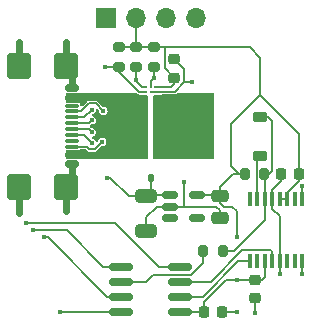
<source format=gbr>
%TF.GenerationSoftware,KiCad,Pcbnew,8.0.7*%
%TF.CreationDate,2024-12-28T17:49:01+01:00*%
%TF.ProjectId,usb-c-power-meter,7573622d-632d-4706-9f77-65722d6d6574,rev?*%
%TF.SameCoordinates,Original*%
%TF.FileFunction,Copper,L1,Top*%
%TF.FilePolarity,Positive*%
%FSLAX46Y46*%
G04 Gerber Fmt 4.6, Leading zero omitted, Abs format (unit mm)*
G04 Created by KiCad (PCBNEW 8.0.7) date 2024-12-28 17:49:01*
%MOMM*%
%LPD*%
G01*
G04 APERTURE LIST*
G04 Aperture macros list*
%AMRoundRect*
0 Rectangle with rounded corners*
0 $1 Rounding radius*
0 $2 $3 $4 $5 $6 $7 $8 $9 X,Y pos of 4 corners*
0 Add a 4 corners polygon primitive as box body*
4,1,4,$2,$3,$4,$5,$6,$7,$8,$9,$2,$3,0*
0 Add four circle primitives for the rounded corners*
1,1,$1+$1,$2,$3*
1,1,$1+$1,$4,$5*
1,1,$1+$1,$6,$7*
1,1,$1+$1,$8,$9*
0 Add four rect primitives between the rounded corners*
20,1,$1+$1,$2,$3,$4,$5,0*
20,1,$1+$1,$4,$5,$6,$7,0*
20,1,$1+$1,$6,$7,$8,$9,0*
20,1,$1+$1,$8,$9,$2,$3,0*%
G04 Aperture macros list end*
%TA.AperFunction,SMDPad,CuDef*%
%ADD10RoundRect,0.225000X0.225000X0.250000X-0.225000X0.250000X-0.225000X-0.250000X0.225000X-0.250000X0*%
%TD*%
%TA.AperFunction,SMDPad,CuDef*%
%ADD11RoundRect,0.150000X0.825000X0.150000X-0.825000X0.150000X-0.825000X-0.150000X0.825000X-0.150000X0*%
%TD*%
%TA.AperFunction,SMDPad,CuDef*%
%ADD12RoundRect,0.150000X-0.512500X-0.150000X0.512500X-0.150000X0.512500X0.150000X-0.512500X0.150000X0*%
%TD*%
%TA.AperFunction,SMDPad,CuDef*%
%ADD13RoundRect,0.225000X0.250000X-0.225000X0.250000X0.225000X-0.250000X0.225000X-0.250000X-0.225000X0*%
%TD*%
%TA.AperFunction,ComponentPad*%
%ADD14R,1.700000X1.700000*%
%TD*%
%TA.AperFunction,ComponentPad*%
%ADD15O,1.700000X1.700000*%
%TD*%
%TA.AperFunction,SMDPad,CuDef*%
%ADD16RoundRect,0.200000X0.200000X0.275000X-0.200000X0.275000X-0.200000X-0.275000X0.200000X-0.275000X0*%
%TD*%
%TA.AperFunction,SMDPad,CuDef*%
%ADD17RoundRect,0.200000X0.275000X-0.200000X0.275000X0.200000X-0.275000X0.200000X-0.275000X-0.200000X0*%
%TD*%
%TA.AperFunction,SMDPad,CuDef*%
%ADD18RoundRect,0.050000X0.100000X0.152000X-0.100000X0.152000X-0.100000X-0.152000X0.100000X-0.152000X0*%
%TD*%
%TA.AperFunction,SMDPad,CuDef*%
%ADD19RoundRect,0.050000X0.050000X0.050000X-0.050000X0.050000X-0.050000X-0.050000X0.050000X-0.050000X0*%
%TD*%
%TA.AperFunction,SMDPad,CuDef*%
%ADD20RoundRect,0.250000X-0.475000X0.250000X-0.475000X-0.250000X0.475000X-0.250000X0.475000X0.250000X0*%
%TD*%
%TA.AperFunction,SMDPad,CuDef*%
%ADD21RoundRect,0.250000X-0.650000X0.325000X-0.650000X-0.325000X0.650000X-0.325000X0.650000X0.325000X0*%
%TD*%
%TA.AperFunction,SMDPad,CuDef*%
%ADD22RoundRect,0.225000X0.375000X-0.225000X0.375000X0.225000X-0.375000X0.225000X-0.375000X-0.225000X0*%
%TD*%
%TA.AperFunction,SMDPad,CuDef*%
%ADD23RoundRect,0.150000X-0.425000X0.150000X-0.425000X-0.150000X0.425000X-0.150000X0.425000X0.150000X0*%
%TD*%
%TA.AperFunction,SMDPad,CuDef*%
%ADD24RoundRect,0.075000X-0.500000X0.075000X-0.500000X-0.075000X0.500000X-0.075000X0.500000X0.075000X0*%
%TD*%
%TA.AperFunction,SMDPad,CuDef*%
%ADD25RoundRect,0.250000X-0.750000X0.840000X-0.750000X-0.840000X0.750000X-0.840000X0.750000X0.840000X0*%
%TD*%
%TA.AperFunction,SMDPad,CuDef*%
%ADD26RoundRect,0.112500X0.112500X0.237500X-0.112500X0.237500X-0.112500X-0.237500X0.112500X-0.237500X0*%
%TD*%
%TA.AperFunction,SMDPad,CuDef*%
%ADD27R,0.400000X1.200000*%
%TD*%
%TA.AperFunction,ViaPad*%
%ADD28C,0.450000*%
%TD*%
%TA.AperFunction,Conductor*%
%ADD29C,0.200000*%
%TD*%
%TA.AperFunction,Conductor*%
%ADD30C,0.600000*%
%TD*%
G04 APERTURE END LIST*
D10*
%TO.P,C6,1*%
%TO.N,GND*%
X160250000Y-123100000D03*
%TO.P,C6,2*%
%TO.N,+3.3V*%
X158700000Y-123100000D03*
%TD*%
D11*
%TO.P,U4,1,VCC*%
%TO.N,+3.3V*%
X156675000Y-123105000D03*
%TO.P,U4,2,PA6*%
%TO.N,/TxD*%
X156675000Y-121835000D03*
%TO.P,U4,3,PA7*%
%TO.N,/RxD*%
X156675000Y-120565000D03*
%TO.P,U4,4,PA1*%
%TO.N,/I2C_SDA*%
X156675000Y-119295000D03*
%TO.P,U4,5,PA2*%
%TO.N,/I2C_SCL*%
X151725000Y-119295000D03*
%TO.P,U4,6,~{RESET}/PA0*%
%TO.N,Net-(U4-~{RESET}{slash}PA0)*%
X151725000Y-120565000D03*
%TO.P,U4,7,PA3*%
%TO.N,/INTn_INA*%
X151725000Y-121835000D03*
%TO.P,U4,8,GND*%
%TO.N,GND*%
X151725000Y-123105000D03*
%TD*%
D12*
%TO.P,U2,1,IN*%
%TO.N,Net-(D1-A)*%
X155862500Y-113250000D03*
%TO.P,U2,2,GND*%
%TO.N,GND*%
X155862500Y-114200000D03*
%TO.P,U2,3,NC*%
%TO.N,unconnected-(U2-NC-Pad3)*%
X155862500Y-115150000D03*
%TO.P,U2,4,NC*%
%TO.N,unconnected-(U2-NC-Pad4)*%
X158137500Y-115150000D03*
%TO.P,U2,5,OUT*%
%TO.N,+3.3V*%
X158137500Y-113250000D03*
%TD*%
D13*
%TO.P,C1,1*%
%TO.N,+3.3V*%
X156200000Y-103300000D03*
%TO.P,C1,2*%
%TO.N,GND*%
X156200000Y-101750000D03*
%TD*%
D10*
%TO.P,C4,1*%
%TO.N,+3.3V*%
X166769000Y-111440000D03*
%TO.P,C4,2*%
%TO.N,GND*%
X165219000Y-111440000D03*
%TD*%
D14*
%TO.P,J3,1,Pin_1*%
%TO.N,GND*%
X150390000Y-98200000D03*
D15*
%TO.P,J3,2,Pin_2*%
%TO.N,+3.3V*%
X152930000Y-98200000D03*
%TO.P,J3,3,Pin_3*%
%TO.N,/I2C_SCL*%
X155470000Y-98200000D03*
%TO.P,J3,4,Pin_4*%
%TO.N,/I2C_SDA*%
X158010000Y-98200000D03*
%TD*%
D16*
%TO.P,R8,1*%
%TO.N,/UPDI*%
X163821000Y-111440000D03*
%TO.P,R8,2*%
%TO.N,+3.3V*%
X162171000Y-111440000D03*
%TD*%
D17*
%TO.P,R7,1*%
%TO.N,/I2C_SDA*%
X151500000Y-102350000D03*
%TO.P,R7,2*%
%TO.N,+3.3V*%
X151500000Y-100700000D03*
%TD*%
D16*
%TO.P,R9,1*%
%TO.N,/UPDI*%
X160290400Y-117942400D03*
%TO.P,R9,2*%
%TO.N,Net-(U4-~{RESET}{slash}PA0)*%
X158640400Y-117942400D03*
%TD*%
D18*
%TO.P,U3,A1,IN-*%
%TO.N,/VBUS2*%
X154587000Y-105000000D03*
%TO.P,U3,A3,IN+*%
%TO.N,/VBUS1*%
X153813000Y-105000000D03*
D19*
%TO.P,U3,B1,GND*%
%TO.N,GND*%
X154600000Y-104498000D03*
%TO.P,U3,B2,A0*%
X154200000Y-104498000D03*
%TO.P,U3,B3,SDA*%
%TO.N,/I2C_SDA*%
X153800000Y-104498000D03*
%TO.P,U3,C1,VS*%
%TO.N,+3.3V*%
X154600000Y-104098000D03*
%TO.P,U3,C2,ALERT*%
%TO.N,/INTn_INA*%
X154200000Y-104098000D03*
%TO.P,U3,C3,SCL*%
%TO.N,/I2C_SCL*%
X153800000Y-104098000D03*
%TD*%
D20*
%TO.P,C5,1*%
%TO.N,+3.3V*%
X160062800Y-113268800D03*
%TO.P,C5,2*%
%TO.N,GND*%
X160062800Y-115168800D03*
%TD*%
D21*
%TO.P,C3,1*%
%TO.N,Net-(D1-A)*%
X153789000Y-113345000D03*
%TO.P,C3,2*%
%TO.N,GND*%
X153789000Y-116295000D03*
%TD*%
D17*
%TO.P,R5,1*%
%TO.N,/INTn_INA*%
X154500000Y-102350000D03*
%TO.P,R5,2*%
%TO.N,+3.3V*%
X154500000Y-100700000D03*
%TD*%
D22*
%TO.P,D3,1,K*%
%TO.N,Net-(D3-K)*%
X163441000Y-109916000D03*
%TO.P,D3,2,A*%
%TO.N,/UPDI*%
X163441000Y-106616000D03*
%TD*%
D23*
%TO.P,J1,A1,GND*%
%TO.N,GND*%
X147580000Y-104200000D03*
%TO.P,J1,A4,VBUS*%
%TO.N,/VBUS1*%
X147580000Y-105000000D03*
D24*
%TO.P,J1,A5,CC1*%
%TO.N,/CC1*%
X147580000Y-106150000D03*
%TO.P,J1,A6,D+*%
%TO.N,/AD+*%
X147580000Y-107150000D03*
%TO.P,J1,A7,D-*%
%TO.N,/AD-*%
X147580000Y-107650000D03*
%TO.P,J1,A8,SBU1*%
%TO.N,unconnected-(J1-SBU1-PadA8)*%
X147580000Y-108650000D03*
D23*
%TO.P,J1,A9,VBUS*%
%TO.N,/VBUS1*%
X147580000Y-109800000D03*
%TO.P,J1,A12,GND*%
%TO.N,GND*%
X147580000Y-110600000D03*
%TO.P,J1,B1,GND*%
X147580000Y-110600000D03*
%TO.P,J1,B4,VBUS*%
%TO.N,/VBUS1*%
X147580000Y-109800000D03*
D24*
%TO.P,J1,B5,CC2*%
%TO.N,/CC2*%
X147580000Y-109150000D03*
%TO.P,J1,B6,D+*%
%TO.N,/BD+*%
X147580000Y-108150000D03*
%TO.P,J1,B7,D-*%
%TO.N,/BD-*%
X147580000Y-106650000D03*
%TO.P,J1,B8,SBU2*%
%TO.N,unconnected-(J1-SBU2-PadB8)*%
X147580000Y-105650000D03*
D23*
%TO.P,J1,B9,VBUS*%
%TO.N,/VBUS1*%
X147580000Y-105000000D03*
%TO.P,J1,B12,GND*%
%TO.N,GND*%
X147580000Y-104200000D03*
D25*
%TO.P,J1,S1,SHIELD*%
X147005000Y-102290000D03*
X143075000Y-102290000D03*
X147005000Y-112510000D03*
X143075000Y-112510000D03*
%TD*%
D26*
%TO.P,D2,1,K*%
%TO.N,/VBUS2*%
X154900000Y-109800000D03*
%TO.P,D2,2,K*%
%TO.N,/VBUS1*%
X153600000Y-109800000D03*
%TO.P,D2,3,A*%
%TO.N,Net-(D1-A)*%
X154250000Y-111800000D03*
%TD*%
D13*
%TO.P,C2,1*%
%TO.N,GND*%
X163000000Y-121950000D03*
%TO.P,C2,2*%
%TO.N,+3.3V*%
X163000000Y-120400000D03*
%TD*%
D17*
%TO.P,R6,1*%
%TO.N,/I2C_SCL*%
X153000000Y-102350000D03*
%TO.P,R6,2*%
%TO.N,+3.3V*%
X153000000Y-100700000D03*
%TD*%
D27*
%TO.P,U1,1,TXD*%
%TO.N,/TxD*%
X162595000Y-118800000D03*
%TO.P,U1,2,~{RTS}*%
%TO.N,unconnected-(U1-~{RTS}-Pad2)*%
X163230000Y-118800000D03*
%TO.P,U1,3,VCCIO*%
%TO.N,+3.3V*%
X163865000Y-118800000D03*
%TO.P,U1,4,RXD*%
%TO.N,/RxD*%
X164500000Y-118800000D03*
%TO.P,U1,5,GND*%
%TO.N,GND*%
X165135000Y-118800000D03*
%TO.P,U1,6,~{CTS}*%
%TO.N,unconnected-(U1-~{CTS}-Pad6)*%
X165770000Y-118800000D03*
%TO.P,U1,7,CBUS2*%
%TO.N,unconnected-(U1-CBUS2-Pad7)*%
X166405000Y-118800000D03*
%TO.P,U1,8,USBDP*%
%TO.N,/D+*%
X167040000Y-118800000D03*
%TO.P,U1,9,USBDM*%
%TO.N,/D-*%
X167040000Y-113600000D03*
%TO.P,U1,10,3V3OUT*%
%TO.N,unconnected-(U1-3V3OUT-Pad10)*%
X166405000Y-113600000D03*
%TO.P,U1,11,~{RESET}*%
%TO.N,+3.3V*%
X165770000Y-113600000D03*
%TO.P,U1,12,VCC*%
X165135000Y-113600000D03*
%TO.P,U1,13,GND*%
%TO.N,GND*%
X164500000Y-113600000D03*
%TO.P,U1,14,CBUS1*%
%TO.N,/UPDI*%
X163865000Y-113600000D03*
%TO.P,U1,15,CBUS0*%
%TO.N,Net-(D3-K)*%
X163230000Y-113600000D03*
%TO.P,U1,16,CBUS3*%
%TO.N,unconnected-(U1-CBUS3-Pad16)*%
X162595000Y-113600000D03*
%TD*%
D28*
%TO.N,+3.3V*%
X161500000Y-116800000D03*
X161500000Y-120400000D03*
%TO.N,Net-(D1-A)*%
X150500000Y-111800000D03*
%TO.N,/VBUS2*%
X159200000Y-109800000D03*
X158200000Y-105000000D03*
X158200000Y-109800000D03*
X159200000Y-105000000D03*
X157200000Y-109800000D03*
X157200000Y-105000000D03*
%TO.N,/I2C_SDA*%
X143629000Y-115600000D03*
X150300000Y-102400000D03*
%TO.N,/I2C_SCL*%
X153000000Y-103500000D03*
X144200000Y-116200000D03*
%TO.N,/INTn_INA*%
X154500000Y-103300000D03*
X145200000Y-116800000D03*
%TO.N,/BD+*%
X149200000Y-108800000D03*
%TO.N,/AD+*%
X149200000Y-106900000D03*
%TO.N,/CC1*%
X150200000Y-106100000D03*
%TO.N,/CC2*%
X150100000Y-108700000D03*
%TO.N,/D-*%
X166997000Y-112456000D03*
%TO.N,/D+*%
X166997000Y-119949000D03*
%TO.N,/AD-*%
X149200000Y-107900000D03*
%TO.N,/BD-*%
X149200000Y-106000000D03*
%TO.N,GND*%
X146550000Y-123124000D03*
X143121000Y-100264000D03*
X157726000Y-103693000D03*
X147058000Y-100264000D03*
X161500000Y-123100000D03*
X147058000Y-114615000D03*
X163000000Y-123200000D03*
X143095600Y-114742000D03*
X165135000Y-119949000D03*
X157065600Y-112100400D03*
%TD*%
D29*
%TO.N,+3.3V*%
X166547000Y-112269603D02*
X166547000Y-112271000D01*
X163865000Y-118800000D02*
X163865000Y-120135000D01*
X163600000Y-120400000D02*
X163000000Y-120400000D01*
X160062800Y-113878400D02*
X160418400Y-114234000D01*
X158137500Y-113250000D02*
X160044000Y-113250000D01*
X163500000Y-101600000D02*
X163500000Y-104768000D01*
X166769000Y-111440000D02*
X166769000Y-112047603D01*
X160044000Y-113250000D02*
X160044000Y-112576400D01*
X158700000Y-122300000D02*
X160600000Y-120400000D01*
X160418400Y-114234000D02*
X161129600Y-114234000D01*
X155924000Y-104098000D02*
X156200000Y-103822000D01*
X166547000Y-112271000D02*
X165770000Y-113048000D01*
X163865000Y-120135000D02*
X163600000Y-120400000D01*
X154500000Y-100700000D02*
X155400000Y-100700000D01*
X162600000Y-100700000D02*
X155400000Y-100700000D01*
X162171000Y-111440000D02*
X161663000Y-111440000D01*
X161663000Y-111440000D02*
X161028000Y-110805000D01*
X161028000Y-110805000D02*
X161028000Y-107223600D01*
X163500000Y-101600000D02*
X162600000Y-100700000D01*
X166769000Y-112047603D02*
X166547000Y-112269603D01*
X166769000Y-108037000D02*
X166769000Y-111440000D01*
X161129600Y-114234000D02*
X161500000Y-114604400D01*
X152930000Y-98200000D02*
X152930000Y-100630000D01*
X161028000Y-107223600D02*
X163500000Y-104751600D01*
X154600000Y-104098000D02*
X155924000Y-104098000D01*
X158695000Y-123105000D02*
X158700000Y-123100000D01*
X161500000Y-114604400D02*
X161500000Y-116800000D01*
X156200000Y-103300000D02*
X155400000Y-102500000D01*
X156675000Y-123105000D02*
X158695000Y-123105000D01*
X152930000Y-100630000D02*
X153000000Y-100700000D01*
X161180400Y-111440000D02*
X161663000Y-111440000D01*
X165770000Y-113048000D02*
X165770000Y-113600000D01*
X160044000Y-112576400D02*
X161180400Y-111440000D01*
X155400000Y-102500000D02*
X155400000Y-100700000D01*
X163500000Y-104768000D02*
X166769000Y-108037000D01*
X160600000Y-120400000D02*
X161500000Y-120400000D01*
X165135000Y-113600000D02*
X165770000Y-113600000D01*
X160062800Y-113268800D02*
X160062800Y-113878400D01*
X160062800Y-113268800D02*
X160044000Y-113250000D01*
X156200000Y-103822000D02*
X156200000Y-103300000D01*
X161500000Y-120400000D02*
X163000000Y-120400000D01*
X163500000Y-104751600D02*
X163500000Y-101600000D01*
X153000000Y-100700000D02*
X154500000Y-100700000D01*
X158700000Y-123100000D02*
X158700000Y-122300000D01*
X151500000Y-100700000D02*
X153000000Y-100700000D01*
%TO.N,Net-(D1-A)*%
X154250000Y-111800000D02*
X154250000Y-112884000D01*
X150800000Y-111800000D02*
X150500000Y-111800000D01*
X155837500Y-113225000D02*
X155862500Y-113250000D01*
X153884000Y-113250000D02*
X153789000Y-113345000D01*
X153789000Y-113345000D02*
X152345000Y-113345000D01*
X155862500Y-113250000D02*
X153884000Y-113250000D01*
X154250000Y-112884000D02*
X153789000Y-113345000D01*
X152345000Y-113345000D02*
X150800000Y-111800000D01*
%TO.N,/I2C_SDA*%
X153220182Y-104498000D02*
X153800000Y-104498000D01*
X151500000Y-102350000D02*
X151500000Y-102777818D01*
X151500000Y-102777818D02*
X153220182Y-104498000D01*
X154913000Y-119295000D02*
X156675000Y-119295000D01*
X151450000Y-102400000D02*
X151500000Y-102350000D01*
X150300000Y-102400000D02*
X151450000Y-102400000D01*
X143629000Y-115600000D02*
X151218000Y-115600000D01*
X151218000Y-115600000D02*
X154913000Y-119295000D01*
%TO.N,/I2C_SCL*%
X153000000Y-103600000D02*
X153498000Y-104098000D01*
X153000000Y-102350000D02*
X153000000Y-103500000D01*
X153000000Y-103500000D02*
X153000000Y-103600000D01*
X151725000Y-119295000D02*
X150195000Y-119295000D01*
X147100000Y-116200000D02*
X144200000Y-116200000D01*
X153498000Y-104098000D02*
X153800000Y-104098000D01*
X150195000Y-119295000D02*
X147100000Y-116200000D01*
%TO.N,/INTn_INA*%
X154500000Y-103300000D02*
X154200000Y-103600000D01*
X151725000Y-121835000D02*
X150535000Y-121835000D01*
X154500000Y-102350000D02*
X154500000Y-103300000D01*
X145500000Y-116800000D02*
X145200000Y-116800000D01*
X150535000Y-121835000D02*
X145500000Y-116800000D01*
X154200000Y-103600000D02*
X154200000Y-104098000D01*
%TO.N,/UPDI*%
X163821000Y-111440000D02*
X163821000Y-111820000D01*
X163821000Y-111820000D02*
X163865000Y-111864000D01*
X163441000Y-106616000D02*
X164123000Y-106616000D01*
X161282000Y-117942400D02*
X163865000Y-115359400D01*
X164123000Y-106616000D02*
X164457000Y-106950000D01*
X164203000Y-111440000D02*
X163821000Y-111440000D01*
X164457000Y-111186000D02*
X164203000Y-111440000D01*
X160290400Y-117942400D02*
X161282000Y-117942400D01*
X163865000Y-115359400D02*
X163865000Y-113600000D01*
X163865000Y-111864000D02*
X163865000Y-113600000D01*
X163900000Y-113565000D02*
X163865000Y-113600000D01*
X164457000Y-106950000D02*
X164457000Y-111186000D01*
%TO.N,Net-(D3-K)*%
X163441000Y-109916000D02*
X163221000Y-110136000D01*
X163221000Y-113591000D02*
X163230000Y-113600000D01*
X163221000Y-110136000D02*
X163221000Y-113591000D01*
%TO.N,/BD+*%
X148550000Y-108150000D02*
X149200000Y-108800000D01*
X147580000Y-108150000D02*
X148550000Y-108150000D01*
%TO.N,/AD+*%
X149200000Y-106900000D02*
X148950000Y-107150000D01*
X148950000Y-107150000D02*
X147580000Y-107150000D01*
%TO.N,/CC1*%
X148972182Y-105450000D02*
X149550000Y-105450000D01*
X147580000Y-106150000D02*
X148272182Y-106150000D01*
X149550000Y-105450000D02*
X150200000Y-106100000D01*
X148272182Y-106150000D02*
X148972182Y-105450000D01*
%TO.N,/CC2*%
X147580000Y-109150000D02*
X148772182Y-109150000D01*
X149450000Y-109350000D02*
X150100000Y-108700000D01*
X148972182Y-109350000D02*
X149450000Y-109350000D01*
X148772182Y-109150000D02*
X148972182Y-109350000D01*
%TO.N,/D-*%
X166997000Y-112456000D02*
X166997000Y-113557000D01*
X166997000Y-113557000D02*
X167040000Y-113600000D01*
%TO.N,/D+*%
X166997000Y-119949000D02*
X166997000Y-118843000D01*
X166997000Y-118843000D02*
X167040000Y-118800000D01*
%TO.N,/RxD*%
X164365000Y-117900000D02*
X164500000Y-118035000D01*
X159303628Y-120565000D02*
X161968628Y-117900000D01*
X161968628Y-117900000D02*
X164365000Y-117900000D01*
X164500000Y-118035000D02*
X164500000Y-118800000D01*
X156675000Y-120565000D02*
X159303628Y-120565000D01*
%TO.N,/TxD*%
X158599314Y-121835000D02*
X161634314Y-118800000D01*
X156675000Y-121835000D02*
X158599314Y-121835000D01*
X161634314Y-118800000D02*
X162595000Y-118800000D01*
%TO.N,/AD-*%
X148950000Y-107650000D02*
X147580000Y-107650000D01*
X149200000Y-107900000D02*
X148950000Y-107650000D01*
%TO.N,/BD-*%
X147580000Y-106650000D02*
X148550000Y-106650000D01*
X148550000Y-106650000D02*
X149200000Y-106000000D01*
%TO.N,GND*%
X157065600Y-114200000D02*
X157065600Y-112100400D01*
D30*
X143075000Y-114721400D02*
X143075000Y-112510000D01*
X147005000Y-114562000D02*
X147058000Y-114615000D01*
X147580000Y-102865000D02*
X147005000Y-102290000D01*
X143075000Y-102290000D02*
X143075000Y-100310000D01*
X147005000Y-112510000D02*
X147005000Y-114562000D01*
D29*
X157030696Y-102580696D02*
X157030696Y-103693000D01*
D30*
X143095600Y-114742000D02*
X143075000Y-114721400D01*
D29*
X164500000Y-114400000D02*
X165135000Y-115035000D01*
X143075000Y-100310000D02*
X143121000Y-100264000D01*
X154200000Y-104498000D02*
X154600000Y-104498000D01*
X153789000Y-115123000D02*
X153789000Y-116295000D01*
X156200000Y-101750000D02*
X157030696Y-102580696D01*
X163000000Y-121950000D02*
X163000000Y-123200000D01*
X165135000Y-119949000D02*
X165135000Y-118800000D01*
X151725000Y-123105000D02*
X146569000Y-123105000D01*
X160250000Y-123100000D02*
X161500000Y-123100000D01*
X146569000Y-123105000D02*
X146550000Y-123124000D01*
X155862500Y-114200000D02*
X157065600Y-114200000D01*
D30*
X147580000Y-104200000D02*
X147580000Y-102865000D01*
D29*
X157030696Y-103693000D02*
X157726000Y-103693000D01*
X164500000Y-113600000D02*
X164500000Y-114400000D01*
X165219000Y-111440000D02*
X165219000Y-112075000D01*
D30*
X147005000Y-102290000D02*
X147005000Y-100317000D01*
X147580000Y-111935000D02*
X147005000Y-112510000D01*
D29*
X165219000Y-112075000D02*
X164500000Y-112794000D01*
X156225696Y-104498000D02*
X157030696Y-103693000D01*
D30*
X147580000Y-110600000D02*
X147580000Y-111935000D01*
D29*
X159774800Y-114200000D02*
X160062800Y-114488000D01*
X154712000Y-114200000D02*
X153789000Y-115123000D01*
X157065600Y-114200000D02*
X159774800Y-114200000D01*
D30*
X147005000Y-100317000D02*
X147058000Y-100264000D01*
D29*
X164500000Y-112794000D02*
X164500000Y-113600000D01*
X165135000Y-115035000D02*
X165135000Y-118800000D01*
X160062800Y-114488000D02*
X160062800Y-115168800D01*
X155862500Y-114200000D02*
X154712000Y-114200000D01*
X154600000Y-104498000D02*
X156225696Y-104498000D01*
%TO.N,Net-(U4-~{RESET}{slash}PA0)*%
X151725000Y-120565000D02*
X153808000Y-120565000D01*
X157633800Y-119965000D02*
X154408000Y-119965000D01*
X158640400Y-118958400D02*
X157633800Y-119965000D01*
X158640400Y-117942400D02*
X158640400Y-118958400D01*
X153808000Y-120565000D02*
X154408000Y-119965000D01*
%TD*%
%TA.AperFunction,Conductor*%
%TO.N,/VBUS1*%
G36*
X153054309Y-104619685D02*
G01*
X153074951Y-104636319D01*
X153106608Y-104667976D01*
X153180300Y-104698500D01*
X153180302Y-104698500D01*
X153247138Y-104698500D01*
X153314177Y-104718185D01*
X153334819Y-104734819D01*
X153400000Y-104800000D01*
X153876000Y-104800000D01*
X153943039Y-104819685D01*
X153988794Y-104872489D01*
X154000000Y-104924000D01*
X154000000Y-110076000D01*
X153980315Y-110143039D01*
X153927511Y-110188794D01*
X153876000Y-110200000D01*
X148040842Y-110200000D01*
X148030664Y-110199500D01*
X148029674Y-110199500D01*
X147130326Y-110199500D01*
X147124235Y-110199500D01*
X147124235Y-110196679D01*
X147067440Y-110185872D01*
X147016760Y-110137776D01*
X147000000Y-110075523D01*
X147000000Y-109524500D01*
X147019685Y-109457461D01*
X147072489Y-109411706D01*
X147124000Y-109400500D01*
X148097286Y-109400500D01*
X148097287Y-109400499D01*
X148114502Y-109397075D01*
X148148474Y-109390318D01*
X148148474Y-109390317D01*
X148148477Y-109390317D01*
X148176791Y-109371397D01*
X148243468Y-109350520D01*
X148245682Y-109350500D01*
X148637770Y-109350500D01*
X148704809Y-109370185D01*
X148725451Y-109386819D01*
X148858608Y-109519976D01*
X148932300Y-109550500D01*
X148932302Y-109550500D01*
X149489880Y-109550500D01*
X149489882Y-109550500D01*
X149563574Y-109519976D01*
X149993757Y-109089791D01*
X150055078Y-109056308D01*
X150090240Y-109055304D01*
X150090240Y-109054869D01*
X150100002Y-109054869D01*
X150209658Y-109037501D01*
X150209659Y-109037500D01*
X150209661Y-109037500D01*
X150308587Y-108987095D01*
X150387095Y-108908587D01*
X150437500Y-108809661D01*
X150437500Y-108809659D01*
X150437501Y-108809658D01*
X150454869Y-108700002D01*
X150454869Y-108699997D01*
X150437501Y-108590341D01*
X150420875Y-108557711D01*
X150387095Y-108491413D01*
X150387092Y-108491410D01*
X150387090Y-108491407D01*
X150308592Y-108412909D01*
X150308588Y-108412906D01*
X150308587Y-108412905D01*
X150302263Y-108409683D01*
X150209658Y-108362498D01*
X150100002Y-108345131D01*
X150099998Y-108345131D01*
X149990341Y-108362498D01*
X149891414Y-108412904D01*
X149891407Y-108412909D01*
X149812909Y-108491407D01*
X149812904Y-108491414D01*
X149762499Y-108590340D01*
X149756761Y-108626566D01*
X149726830Y-108689700D01*
X149667518Y-108726630D01*
X149597655Y-108725630D01*
X149539423Y-108687019D01*
X149523807Y-108663465D01*
X149487095Y-108591413D01*
X149487090Y-108591407D01*
X149408592Y-108512909D01*
X149408588Y-108512906D01*
X149408587Y-108512905D01*
X149309661Y-108462500D01*
X149309659Y-108462499D01*
X149305705Y-108460485D01*
X149254909Y-108412511D01*
X149238113Y-108344690D01*
X149260650Y-108278555D01*
X149305705Y-108239515D01*
X149309659Y-108237500D01*
X149309661Y-108237500D01*
X149408587Y-108187095D01*
X149487095Y-108108587D01*
X149537500Y-108009661D01*
X149537500Y-108009659D01*
X149537501Y-108009658D01*
X149554869Y-107900002D01*
X149554869Y-107899997D01*
X149537501Y-107790341D01*
X149513015Y-107742284D01*
X149487095Y-107691413D01*
X149487092Y-107691410D01*
X149487090Y-107691407D01*
X149408592Y-107612909D01*
X149408588Y-107612906D01*
X149408587Y-107612905D01*
X149404743Y-107610946D01*
X149309658Y-107562498D01*
X149200003Y-107545131D01*
X149190242Y-107545131D01*
X149190242Y-107543631D01*
X149131534Y-107536040D01*
X149093756Y-107510206D01*
X149071231Y-107487681D01*
X149037746Y-107426358D01*
X149042730Y-107356666D01*
X149071229Y-107312321D01*
X149074523Y-107309026D01*
X149093755Y-107289794D01*
X149155076Y-107256308D01*
X149190240Y-107255304D01*
X149190240Y-107254869D01*
X149200002Y-107254869D01*
X149309658Y-107237501D01*
X149309659Y-107237500D01*
X149309661Y-107237500D01*
X149408587Y-107187095D01*
X149487095Y-107108587D01*
X149537500Y-107009661D01*
X149537500Y-107009659D01*
X149537501Y-107009658D01*
X149554869Y-106900002D01*
X149554869Y-106899997D01*
X149537501Y-106790341D01*
X149513015Y-106742284D01*
X149487095Y-106691413D01*
X149487092Y-106691410D01*
X149487090Y-106691407D01*
X149408592Y-106612909D01*
X149408588Y-106612906D01*
X149408587Y-106612905D01*
X149309661Y-106562500D01*
X149309659Y-106562499D01*
X149305705Y-106560485D01*
X149254909Y-106512511D01*
X149238113Y-106444690D01*
X149260650Y-106378555D01*
X149305705Y-106339515D01*
X149309659Y-106337500D01*
X149309661Y-106337500D01*
X149408587Y-106287095D01*
X149487095Y-106208587D01*
X149537500Y-106109661D01*
X149539031Y-106100000D01*
X149552564Y-106014552D01*
X149582493Y-105951417D01*
X149641804Y-105914485D01*
X149711667Y-105915483D01*
X149762718Y-105946268D01*
X149810206Y-105993756D01*
X149843691Y-106055079D01*
X149844697Y-106090242D01*
X149845131Y-106090242D01*
X149845131Y-106100002D01*
X149862498Y-106209658D01*
X149912904Y-106308585D01*
X149912909Y-106308592D01*
X149991407Y-106387090D01*
X149991410Y-106387092D01*
X149991413Y-106387095D01*
X150016741Y-106400000D01*
X150090341Y-106437501D01*
X150199998Y-106454869D01*
X150200000Y-106454869D01*
X150200002Y-106454869D01*
X150309658Y-106437501D01*
X150309659Y-106437500D01*
X150309661Y-106437500D01*
X150408587Y-106387095D01*
X150487095Y-106308587D01*
X150537500Y-106209661D01*
X150537500Y-106209659D01*
X150537501Y-106209658D01*
X150554869Y-106100002D01*
X150554869Y-106099997D01*
X150537501Y-105990341D01*
X150499359Y-105915483D01*
X150487095Y-105891413D01*
X150487092Y-105891410D01*
X150487090Y-105891407D01*
X150408592Y-105812909D01*
X150408588Y-105812906D01*
X150408587Y-105812905D01*
X150370457Y-105793477D01*
X150309658Y-105762498D01*
X150200003Y-105745131D01*
X150190242Y-105745131D01*
X150190242Y-105743631D01*
X150131534Y-105736040D01*
X150093756Y-105710206D01*
X149663574Y-105280024D01*
X149589883Y-105249500D01*
X149589882Y-105249500D01*
X149012064Y-105249500D01*
X148932299Y-105249500D01*
X148910715Y-105258440D01*
X148910714Y-105258440D01*
X148858608Y-105280023D01*
X148830407Y-105308224D01*
X148802206Y-105336426D01*
X148802205Y-105336427D01*
X148467181Y-105671450D01*
X148405858Y-105704935D01*
X148336166Y-105699951D01*
X148280233Y-105658079D01*
X148255816Y-105592615D01*
X148255500Y-105583769D01*
X148255500Y-105557713D01*
X148255499Y-105557711D01*
X148245318Y-105506524D01*
X148245317Y-105506523D01*
X148206528Y-105448471D01*
X148148476Y-105409682D01*
X148148475Y-105409681D01*
X148097288Y-105399500D01*
X148097284Y-105399500D01*
X147124000Y-105399500D01*
X147056961Y-105379815D01*
X147011206Y-105327011D01*
X147000000Y-105275500D01*
X147000000Y-104724476D01*
X147019685Y-104657437D01*
X147072489Y-104611682D01*
X147124235Y-104603155D01*
X147124235Y-104600500D01*
X148030664Y-104600500D01*
X148040842Y-104600000D01*
X152987270Y-104600000D01*
X153054309Y-104619685D01*
G37*
%TD.AperFunction*%
%TD*%
%TA.AperFunction,Conductor*%
%TO.N,/VBUS2*%
G36*
X159543039Y-104619685D02*
G01*
X159588794Y-104672489D01*
X159600000Y-104724000D01*
X159600000Y-110076000D01*
X159580315Y-110143039D01*
X159527511Y-110188794D01*
X159476000Y-110200000D01*
X154524000Y-110200000D01*
X154456961Y-110180315D01*
X154411206Y-110127511D01*
X154400000Y-110076000D01*
X154400000Y-104924000D01*
X154419685Y-104856961D01*
X154472489Y-104811206D01*
X154524000Y-104800000D01*
X155000000Y-104800000D01*
X155065181Y-104734819D01*
X155126504Y-104701334D01*
X155152862Y-104698500D01*
X156265576Y-104698500D01*
X156265578Y-104698500D01*
X156339270Y-104667976D01*
X156370927Y-104636319D01*
X156432250Y-104602834D01*
X156458608Y-104600000D01*
X159476000Y-104600000D01*
X159543039Y-104619685D01*
G37*
%TD.AperFunction*%
%TD*%
M02*

</source>
